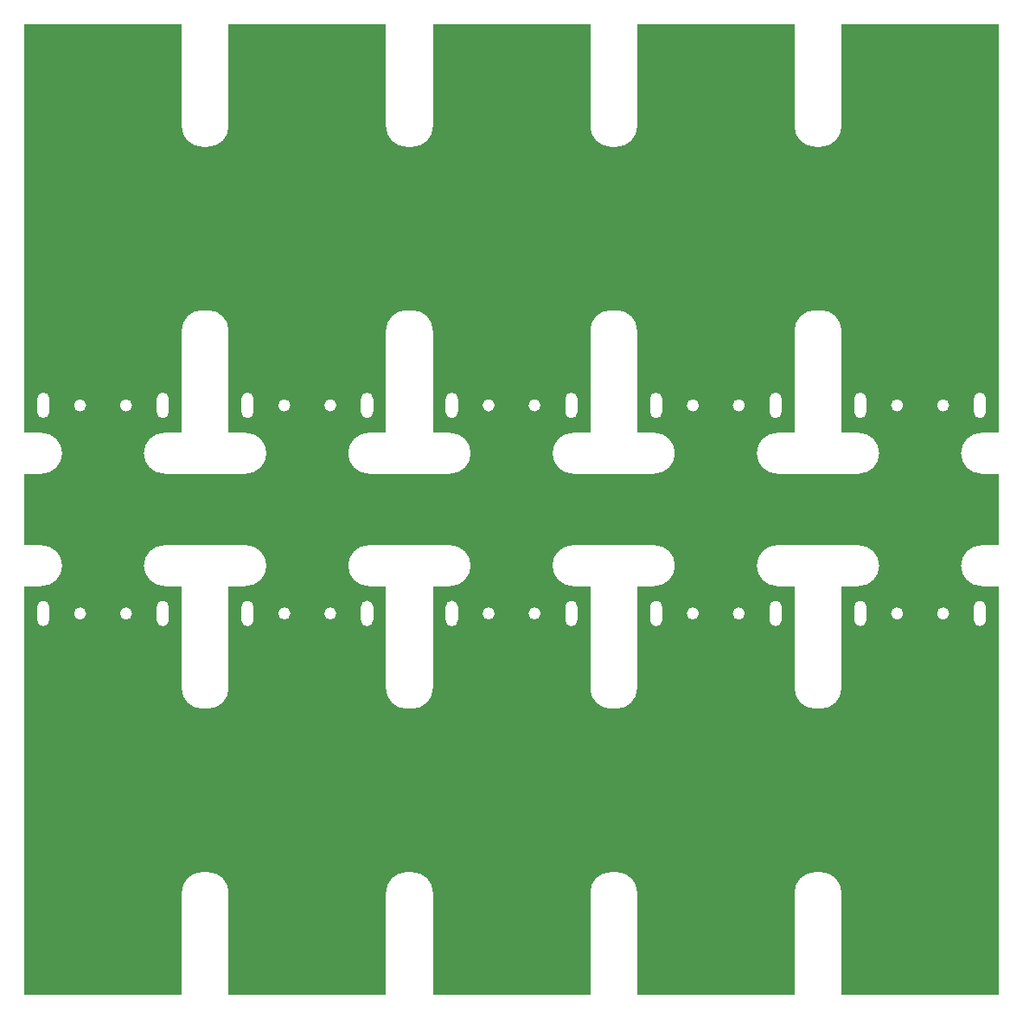
<source format=gtl>
From ca23fbd9534ab3cba3fd7b032816766c1150ebf9 Mon Sep 17 00:00:00 2001
From: Hiroshi Murayama <opiopan@gmail.com>
Date: Mon, 30 Dec 2019 17:51:48 +0900
Subject: fix bugs that fail judgement of path's containment

---
 tests/expects/dxf_complex_fill.gtl | 729 +++++++++++++++++++++++++++++++++++++
 1 file changed, 729 insertions(+)
 create mode 100644 tests/expects/dxf_complex_fill.gtl

(limited to 'tests/expects/dxf_complex_fill.gtl')

diff --git a/tests/expects/dxf_complex_fill.gtl b/tests/expects/dxf_complex_fill.gtl
new file mode 100644
index 0000000..e667789
--- /dev/null
+++ b/tests/expects/dxf_complex_fill.gtl
@@ -0,0 +1,729 @@
+%MOMM*%
+%FSLAX34Y34*%
+%IPPOS*%
+%ADD10C,0*%
+G75*
+%LPD*%
+D10*
+G36*
+G01*
+X800000Y150000D02*
+G75*
+G03*
+X780000Y170000I-20000J0D01*
+G01*
+X774000Y170000D01*
+G03*
+X754000Y150000I0J-20000D01*
+G01*
+X754000Y50000D01*
+G01*
+X600000Y50000D01*
+G01*
+X600000Y150000D01*
+G03*
+X580000Y170000I-20000J0D01*
+G01*
+X574000Y170000D01*
+G03*
+X554000Y150000I0J-20000D01*
+G01*
+X554000Y50000D01*
+G01*
+X400000Y50000D01*
+G01*
+X400000Y150000D01*
+G03*
+X380000Y170000I-20000J0D01*
+G01*
+X374000Y170000D01*
+G03*
+X354000Y150000I0J-20000D01*
+G01*
+X354000Y50000D01*
+G01*
+X200000Y50000D01*
+G01*
+X200000Y150000D01*
+G03*
+X180000Y170000I-20000J0D01*
+G01*
+X174000Y170000D01*
+G03*
+X154000Y150000I0J-20000D01*
+G01*
+X154000Y50000D01*
+G01*
+X0Y50000D01*
+G01*
+X0Y450000D01*
+G01*
+X17000Y450000D01*
+G03*
+X37000Y470000I0J20000D01*
+G03*
+X17000Y490000I-20000J0D01*
+G01*
+X0Y490000D01*
+G01*
+X0Y560000D01*
+G01*
+X17000Y560000D01*
+G03*
+X37000Y580000I0J20000D01*
+G03*
+X17000Y600000I-20000J0D01*
+G01*
+X0Y600000D01*
+G01*
+X0Y1000000D01*
+G01*
+X154000Y1000000D01*
+G01*
+X154000Y900000D01*
+G03*
+X174000Y880000I20000J0D01*
+G01*
+X180000Y880000D01*
+G03*
+X200000Y900000I0J20000D01*
+G01*
+X200000Y1000000D01*
+G01*
+X354000Y1000000D01*
+G01*
+X354000Y900000D01*
+G03*
+X374000Y880000I20000J0D01*
+G01*
+X380000Y880000D01*
+G03*
+X400000Y900000I0J20000D01*
+G01*
+X400000Y1000000D01*
+G01*
+X554000Y1000000D01*
+G01*
+X554000Y900000D01*
+G03*
+X574000Y880000I20000J0D01*
+G01*
+X580000Y880000D01*
+G03*
+X600000Y900000I0J20000D01*
+G01*
+X600000Y1000000D01*
+G01*
+X754000Y1000000D01*
+G01*
+X754000Y900000D01*
+G03*
+X774000Y880000I20000J0D01*
+G01*
+X780000Y880000D01*
+G03*
+X800000Y900000I0J20000D01*
+G01*
+X800000Y1000000D01*
+G01*
+X954000Y1000000D01*
+G01*
+X954000Y600000D01*
+G01*
+X937000Y600000D01*
+G03*
+X917000Y580000I0J-20000D01*
+G03*
+X937000Y560000I20000J0D01*
+G01*
+X954000Y560000D01*
+G01*
+X954000Y490000D01*
+G01*
+X937000Y490000D01*
+G03*
+X917000Y470000I0J-20000D01*
+G03*
+X937000Y450000I20000J0D01*
+G01*
+X954000Y450000D01*
+G01*
+X954000Y50000D01*
+G01*
+X800000Y50000D01*
+G01*
+X800000Y150000D01*
+G37*
+%LPC*%
+G36*
+G01*
+X624500Y620350D02*
+G75*
+G01*
+X624500Y633350D01*
+G03*
+X612500Y633350I-6000J0D01*
+G01*
+X612500Y620350D01*
+G03*
+X624500Y620350I6000J0D01*
+G01*
+X824500Y620350D02*
+G75*
+G02*
+X812500Y620350I-6000J0D01*
+G01*
+X812500Y633350D01*
+G02*
+X824500Y633350I6000J0D01*
+G01*
+X824500Y620350D01*
+G01*
+X729500Y633350D02*
+G75*
+G02*
+X741500Y633350I6000J0D01*
+G01*
+X741500Y620350D01*
+G02*
+X729500Y620350I-6000J0D01*
+G01*
+X729500Y633350D01*
+G01*
+X141500Y620350D02*
+G75*
+G01*
+X141500Y633350D01*
+G03*
+X129500Y633350I-6000J0D01*
+G01*
+X129500Y620350D01*
+G03*
+X141500Y620350I6000J0D01*
+G01*
+X212500Y429650D02*
+G75*
+G01*
+X212500Y416650D01*
+G03*
+X224500Y416650I6000J0D01*
+G01*
+X224500Y429650D01*
+G03*
+X212500Y429650I-6000J0D01*
+G01*
+X341500Y416650D02*
+G75*
+G01*
+X341500Y429650D01*
+G03*
+X329500Y429650I-6000J0D01*
+G01*
+X329500Y416650D01*
+G03*
+X341500Y416650I6000J0D01*
+G01*
+X341500Y620350D02*
+G75*
+G01*
+X341500Y633350D01*
+G03*
+X329500Y633350I-6000J0D01*
+G01*
+X329500Y620350D01*
+G03*
+X341500Y620350I6000J0D01*
+G01*
+X624500Y416650D02*
+G75*
+G01*
+X624500Y429650D01*
+G03*
+X612500Y429650I-6000J0D01*
+G01*
+X612500Y416650D01*
+G03*
+X624500Y416650I6000J0D01*
+G01*
+X729500Y429650D02*
+G75*
+G01*
+X729500Y416650D01*
+G03*
+X741500Y416650I6000J0D01*
+G01*
+X741500Y429650D01*
+G03*
+X729500Y429650I-6000J0D01*
+G01*
+X541500Y620350D02*
+G75*
+G02*
+X529500Y620350I-6000J0D01*
+G01*
+X529500Y633350D01*
+G02*
+X541500Y633350I6000J0D01*
+G01*
+X541500Y620350D01*
+G01*
+X929500Y633350D02*
+G75*
+G02*
+X941500Y633350I6000J0D01*
+G01*
+X941500Y620350D01*
+G02*
+X929500Y620350I-6000J0D01*
+G01*
+X929500Y633350D01*
+G01*
+X412500Y429650D02*
+G75*
+G01*
+X412500Y416650D01*
+G03*
+X424500Y416650I6000J0D01*
+G01*
+X424500Y429650D01*
+G03*
+X412500Y429650I-6000J0D01*
+G01*
+X224500Y620350D02*
+G75*
+G01*
+X224500Y633350D01*
+G03*
+X212500Y633350I-6000J0D01*
+G01*
+X212500Y620350D01*
+G03*
+X224500Y620350I6000J0D01*
+G01*
+X541500Y416650D02*
+G75*
+G02*
+X529500Y416650I-6000J0D01*
+G01*
+X529500Y429650D01*
+G02*
+X541500Y429650I6000J0D01*
+G01*
+X541500Y416650D01*
+G01*
+X129500Y429650D02*
+G75*
+G02*
+X141500Y429650I6000J0D01*
+G01*
+X141500Y416650D01*
+G02*
+X129500Y416650I-6000J0D01*
+G01*
+X129500Y429650D01*
+G01*
+X24500Y416650D02*
+G75*
+G02*
+X12500Y416650I-6000J0D01*
+G01*
+X12500Y429650D01*
+G02*
+X24500Y429650I6000J0D01*
+G01*
+X24500Y416650D01*
+G01*
+X941500Y416650D02*
+G75*
+G02*
+X929500Y416650I-6000J0D01*
+G01*
+X929500Y429650D01*
+G02*
+X941500Y429650I6000J0D01*
+G01*
+X941500Y416650D01*
+G01*
+X424500Y620350D02*
+G75*
+G01*
+X424500Y633350D01*
+G03*
+X412500Y633350I-6000J0D01*
+G01*
+X412500Y620350D01*
+G03*
+X424500Y620350I6000J0D01*
+G01*
+X824500Y416650D02*
+G75*
+G02*
+X812500Y416650I-6000J0D01*
+G01*
+X812500Y429650D01*
+G02*
+X824500Y429650I6000J0D01*
+G01*
+X824500Y416650D01*
+G01*
+X12500Y633350D02*
+G75*
+G01*
+X12500Y620350D01*
+G03*
+X24500Y620350I6000J0D01*
+G01*
+X24500Y633350D01*
+G03*
+X12500Y633350I-6000J0D01*
+G01*
+X660500Y626850D02*
+G75*
+G03*
+X660500Y626850I-6000J0D01*
+G01*
+X905500Y626850D02*
+G75*
+G03*
+X905500Y626850I-6000J0D01*
+G01*
+X505500Y626850D02*
+G75*
+G03*
+X505500Y626850I-6000J0D01*
+G01*
+X860500Y626850D02*
+G75*
+G03*
+X860500Y626850I-6000J0D01*
+G01*
+X705500Y626850D02*
+G75*
+G03*
+X705500Y626850I-6000J0D01*
+G01*
+X705500Y423150D02*
+G75*
+G03*
+X705500Y423150I-6000J0D01*
+G01*
+X660500Y423150D02*
+G75*
+G03*
+X660500Y423150I-6000J0D01*
+G01*
+X505500Y423150D02*
+G75*
+G03*
+X505500Y423150I-6000J0D01*
+G01*
+X260500Y626850D02*
+G75*
+G03*
+X260500Y626850I-6000J0D01*
+G01*
+X905500Y423150D02*
+G75*
+G03*
+X905500Y423150I-6000J0D01*
+G01*
+X460500Y423150D02*
+G75*
+G03*
+X460500Y423150I-6000J0D01*
+G01*
+X460500Y626850D02*
+G75*
+G03*
+X460500Y626850I-6000J0D01*
+G01*
+X60500Y626850D02*
+G75*
+G03*
+X60500Y626850I-6000J0D01*
+G01*
+X105500Y626850D02*
+G75*
+G03*
+X105500Y626850I-6000J0D01*
+G01*
+X60500Y423150D02*
+G75*
+G03*
+X60500Y423150I-6000J0D01*
+G01*
+X305500Y626850D02*
+G75*
+G03*
+X305500Y626850I-6000J0D01*
+G01*
+X860500Y423150D02*
+G75*
+G03*
+X860500Y423150I-6000J0D01*
+G01*
+X541500Y633350D02*
+G75*
+G01*
+X541500Y620350D01*
+G02*
+X529500Y620350I-6000J0D01*
+G01*
+X529500Y633350D01*
+G02*
+X541500Y633350I6000J0D01*
+G01*
+X941500Y429650D02*
+G75*
+G01*
+X941500Y416650D01*
+G02*
+X929500Y416650I-6000J0D01*
+G01*
+X929500Y429650D01*
+G02*
+X941500Y429650I6000J0D01*
+G01*
+X260500Y423150D02*
+G75*
+G03*
+X260500Y423150I-6000J0D01*
+G01*
+X305500Y423150D02*
+G75*
+G03*
+X305500Y423150I-6000J0D01*
+G01*
+X824500Y633350D02*
+G75*
+G03*
+X812500Y633350I-6000J0D01*
+G01*
+X812500Y620350D01*
+G03*
+X824500Y620350I6000J0D01*
+G01*
+X824500Y633350D01*
+G01*
+X105500Y423150D02*
+G75*
+G03*
+X105500Y423150I-6000J0D01*
+G01*
+X217000Y560000D02*
+G75*
+G03*
+X237000Y580000I0J20000D01*
+G03*
+X217000Y600000I-20000J0D01*
+G01*
+X200000Y600000D01*
+G01*
+X200000Y700000D01*
+G03*
+X180000Y720000I-20000J0D01*
+G01*
+X174000Y720000D01*
+G03*
+X154000Y700000I0J-20000D01*
+G01*
+X154000Y600000D01*
+G01*
+X137000Y600000D01*
+G03*
+X117000Y580000I0J-20000D01*
+G03*
+X137000Y560000I20000J0D01*
+G01*
+X217000Y560000D01*
+G01*
+X417000Y560000D02*
+G75*
+G03*
+X437000Y580000I0J20000D01*
+G03*
+X417000Y600000I-20000J0D01*
+G01*
+X400000Y600000D01*
+G01*
+X400000Y700000D01*
+G03*
+X380000Y720000I-20000J0D01*
+G01*
+X374000Y720000D01*
+G03*
+X354000Y700000I0J-20000D01*
+G01*
+X354000Y600000D01*
+G01*
+X337000Y600000D01*
+G03*
+X317000Y580000I0J-20000D01*
+G03*
+X337000Y560000I20000J0D01*
+G01*
+X417000Y560000D01*
+G01*
+X617000Y560000D02*
+G75*
+G03*
+X637000Y580000I0J20000D01*
+G03*
+X617000Y600000I-20000J0D01*
+G01*
+X600000Y600000D01*
+G01*
+X600000Y700000D01*
+G03*
+X580000Y720000I-20000J0D01*
+G01*
+X574000Y720000D01*
+G03*
+X554000Y700000I0J-20000D01*
+G01*
+X554000Y600000D01*
+G01*
+X537000Y600000D01*
+G03*
+X517000Y580000I0J-20000D01*
+G03*
+X537000Y560000I20000J0D01*
+G01*
+X617000Y560000D01*
+G01*
+X817000Y560000D02*
+G75*
+G03*
+X837000Y580000I0J20000D01*
+G03*
+X817000Y600000I-20000J0D01*
+G01*
+X800000Y600000D01*
+G01*
+X800000Y700000D01*
+G03*
+X780000Y720000I-20000J0D01*
+G01*
+X774000Y720000D01*
+G03*
+X754000Y700000I0J-20000D01*
+G01*
+X754000Y600000D01*
+G01*
+X737000Y600000D01*
+G03*
+X717000Y580000I0J-20000D01*
+G03*
+X737000Y560000I20000J0D01*
+G01*
+X817000Y560000D01*
+G01*
+X180000Y330000D02*
+G75*
+G03*
+X200000Y350000I0J20000D01*
+G01*
+X200000Y450000D01*
+G01*
+X217000Y450000D01*
+G03*
+X237000Y470000I0J20000D01*
+G03*
+X217000Y490000I-20000J0D01*
+G01*
+X137000Y490000D01*
+G03*
+X117000Y470000I0J-20000D01*
+G03*
+X137000Y450000I20000J0D01*
+G01*
+X154000Y450000D01*
+G01*
+X154000Y350000D01*
+G03*
+X174000Y330000I20000J0D01*
+G01*
+X180000Y330000D01*
+G01*
+X380000Y330000D02*
+G75*
+G03*
+X400000Y350000I0J20000D01*
+G01*
+X400000Y450000D01*
+G01*
+X417000Y450000D01*
+G03*
+X437000Y470000I0J20000D01*
+G03*
+X417000Y490000I-20000J0D01*
+G01*
+X337000Y490000D01*
+G03*
+X317000Y470000I0J-20000D01*
+G03*
+X337000Y450000I20000J0D01*
+G01*
+X354000Y450000D01*
+G01*
+X354000Y350000D01*
+G03*
+X374000Y330000I20000J0D01*
+G01*
+X380000Y330000D01*
+G01*
+X580000Y330000D02*
+G75*
+G03*
+X600000Y350000I0J20000D01*
+G01*
+X600000Y450000D01*
+G01*
+X617000Y450000D01*
+G03*
+X637000Y470000I0J20000D01*
+G03*
+X617000Y490000I-20000J0D01*
+G01*
+X537000Y490000D01*
+G03*
+X517000Y470000I0J-20000D01*
+G03*
+X537000Y450000I20000J0D01*
+G01*
+X554000Y450000D01*
+G01*
+X554000Y350000D01*
+G03*
+X574000Y330000I20000J0D01*
+G01*
+X580000Y330000D01*
+G01*
+X780000Y330000D02*
+G75*
+G03*
+X800000Y350000I0J20000D01*
+G01*
+X800000Y450000D01*
+G01*
+X817000Y450000D01*
+G03*
+X837000Y470000I0J20000D01*
+G03*
+X817000Y490000I-20000J0D01*
+G01*
+X737000Y490000D01*
+G03*
+X717000Y470000I0J-20000D01*
+G03*
+X737000Y450000I20000J0D01*
+G01*
+X754000Y450000D01*
+G01*
+X754000Y350000D01*
+G03*
+X774000Y330000I20000J0D01*
+G01*
+X780000Y330000D01*
+G37*
+M02*
-- 
cgit 


</source>
